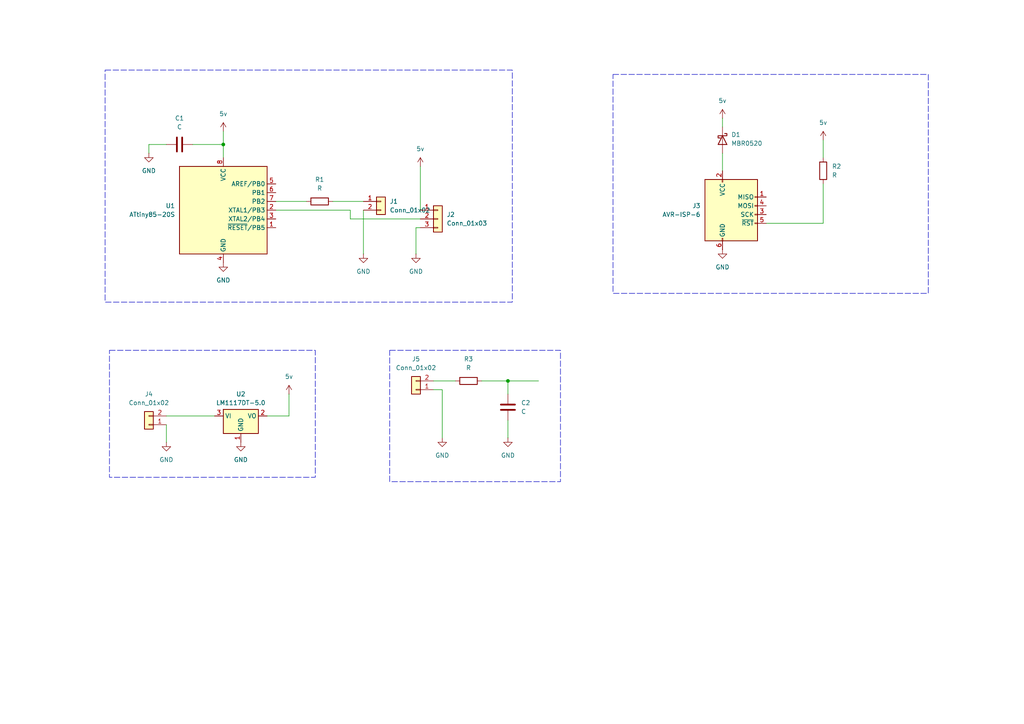
<source format=kicad_sch>
(kicad_sch (version 20250114) (generator "eeschema") (generator_version "9.0")
  (paper "A4")
  (lib_symbols
    (symbol "Connector:AVR-ISP-6" (pin_names (offset 1.016))
      (property "Reference" "J" (at -6.35 11.43 0))
      (property "Value" "AVR-ISP-6" (at 0 11.43 0))
      (symbol "AVR-ISP-6_0_1"
        (rectangle (start -2.667 10.16) (end -2.413 9.398))
        (rectangle (start -2.667 -6.858) (end -2.413 -7.62))
        (rectangle (start 7.62 10.16) (end -7.62 -7.62) (stroke (width 0.254)) (fill (type background)))
        (rectangle (start 7.62 5.207) (end 6.858 4.953))
        (rectangle (start 7.62 2.667) (end 6.858 2.413))
        (rectangle (start 7.62 0.127) (end 6.858 -0.127))
        (rectangle (start 7.62 -2.413) (end 6.858 -2.667))
      )
      (symbol "AVR-ISP-6_1_1"
        (pin passive line (at -2.54 12.7 270) (length 2.54) (name "VCC") (number "2"))
        (pin passive line (at -2.54 -10.16 90) (length 2.54) (name "GND") (number "6"))
        (pin passive line (at 10.16 5.08 180) (length 2.54) (name "MISO") (number "1"))
        (pin passive line (at 10.16 2.54 180) (length 2.54) (name "MOSI") (number "4"))
        (pin passive line (at 10.16 0 180) (length 2.54) (name "SCK") (number "3"))
        (pin passive line (at 10.16 -2.54 180) (length 2.54) (name "~{RST}") (number "5"))
      )
    )
    (symbol "Connector_Generic:Conn_01x02" (pin_names (offset 1.016) (hide yes))
      (property "Reference" "J" (at 0 2.54 0))
      (property "Value" "Conn_01x02" (at 0 -5.08 0))
      (symbol "Conn_01x02_1_1"
        (rectangle (start -1.27 1.27) (end 1.27 -3.81) (stroke (width 0.254)) (fill (type background)))
        (rectangle (start -1.27 0.127) (end 0 -0.127) (stroke (width 0.1524)))
        (rectangle (start -1.27 -2.413) (end 0 -2.667) (stroke (width 0.1524)))
        (pin passive line (at -5.08 0 0) (length 3.81) (name "Pin_1") (number "1"))
        (pin passive line (at -5.08 -2.54 0) (length 3.81) (name "Pin_2") (number "2"))
      )
    )
    (symbol "Connector_Generic:Conn_01x03" (pin_names (offset 1.016) (hide yes))
      (property "Reference" "J" (at 0 5.08 0))
      (property "Value" "Conn_01x03" (at 0 -5.08 0))
      (symbol "Conn_01x03_1_1"
        (rectangle (start -1.27 3.81) (end 1.27 -3.81) (stroke (width 0.254)) (fill (type background)))
        (rectangle (start -1.27 2.667) (end 0 2.413) (stroke (width 0.1524)))
        (rectangle (start -1.27 0.127) (end 0 -0.127) (stroke (width 0.1524)))
        (rectangle (start -1.27 -2.413) (end 0 -2.667) (stroke (width 0.1524)))
        (pin passive line (at -5.08 2.54 0) (length 3.81) (name "Pin_1") (number "1"))
        (pin passive line (at -5.08 0 0) (length 3.81) (name "Pin_2") (number "2"))
        (pin passive line (at -5.08 -2.54 0) (length 3.81) (name "Pin_3") (number "3"))
      )
    )
    (symbol "Device:C" (pin_numbers (hide yes)) (pin_names (offset 0.254))
      (property "Reference" "C" (at 0.635 2.54 0))
      (property "Value" "C" (at 0.635 -2.54 0))
      (symbol "C_0_1"
        (polyline (pts (xy -2.032 0.762) (xy 2.032 0.762)) (stroke (width 0.508)))
        (polyline (pts (xy -2.032 -0.762) (xy 2.032 -0.762)) (stroke (width 0.508)))
      )
      (symbol "C_1_1"
        (pin passive line (at 0 3.81 270) (length 2.794) (name "~") (number "1"))
        (pin passive line (at 0 -3.81 90) (length 2.794) (name "~") (number "2"))
      )
    )
    (symbol "Device:R" (pin_numbers (hide yes)) (pin_names (offset 0))
      (property "Reference" "R" (at 2.032 0 90))
      (property "Value" "R" (at 0 0 90))
      (symbol "R_0_1"
        (rectangle (start -1.016 -2.54) (end 1.016 2.54) (stroke (width 0.254)))
      )
      (symbol "R_1_1"
        (pin passive line (at 0 3.81 270) (length 1.27) (name "~") (number "1"))
        (pin passive line (at 0 -3.81 90) (length 1.27) (name "~") (number "2"))
      )
    )
    (symbol "Diode:MBR0520" (pin_numbers (hide yes)) (pin_names (offset 1.016) (hide yes))
      (property "Reference" "D" (at 0 2.54 0))
      (property "Value" "MBR0520" (at 0 -2.54 0))
      (symbol "MBR0520_0_1"
        (polyline (pts (xy -1.905 0.635) (xy -1.905 1.27) (xy -1.27 1.27) (xy -1.27 -1.27) (xy -0.635 -1.27) (xy -0.635 -0.635)) (stroke (width 0.254)))
        (polyline (pts (xy 1.27 1.27) (xy 1.27 -1.27) (xy -1.27 0) (xy 1.27 1.27)) (stroke (width 0.254)))
        (polyline (pts (xy 1.27 0) (xy -1.27 0)))
      )
      (symbol "MBR0520_1_1"
        (pin passive line (at -3.81 0 0) (length 2.54) (name "K") (number "1"))
        (pin passive line (at 3.81 0 180) (length 2.54) (name "A") (number "2"))
      )
    )
    (symbol "MCU_Microchip_ATtiny:ATtiny85-20S"
      (property "Reference" "U" (at -12.7 13.97 0))
      (property "Value" "ATtiny85-20S" (at 2.54 -13.97 0))
      (symbol "ATtiny85-20S_0_1"
        (rectangle (start -12.7 -12.7) (end 12.7 12.7) (stroke (width 0.254)) (fill (type background)))
      )
      (symbol "ATtiny85-20S_1_1"
        (pin power_in line (at 0 15.24 270) (length 2.54) (name "VCC") (number "8"))
        (pin power_in line (at 0 -15.24 90) (length 2.54) (name "GND") (number "4"))
        (pin bidirectional line (at 15.24 7.62 180) (length 2.54) (name "AREF/PB0") (number "5"))
        (pin bidirectional line (at 15.24 5.08 180) (length 2.54) (name "PB1") (number "6"))
        (pin bidirectional line (at 15.24 2.54 180) (length 2.54) (name "PB2") (number "7"))
        (pin bidirectional line (at 15.24 0 180) (length 2.54) (name "XTAL1/PB3") (number "2"))
        (pin bidirectional line (at 15.24 -2.54 180) (length 2.54) (name "XTAL2/PB4") (number "3"))
        (pin bidirectional line (at 15.24 -5.08 180) (length 2.54) (name "~{RESET}/PB5") (number "1"))
      )
    )
    (symbol "Regulator_Linear:LM1117DT-5.0"
      (property "Reference" "U" (at -3.81 3.175 0))
      (property "Value" "LM1117DT-5.0" (at 0 3.175 0))
      (symbol "LM1117DT-5.0_0_1"
        (rectangle (start -5.08 -5.08) (end 5.08 1.905) (stroke (width 0.254)) (fill (type background)))
      )
      (symbol "LM1117DT-5.0_1_1"
        (pin power_in line (at -7.62 0 0) (length 2.54) (name "VI") (number "3"))
        (pin power_in line (at 0 -7.62 90) (length 2.54) (name "GND") (number "1"))
        (pin power_out line (at 7.62 0 180) (length 2.54) (name "VO") (number "2"))
      )
    )
    (symbol "power:GND" (power) (pin_numbers (hide yes)) (pin_names (offset 0) (hide yes))
      (property "Value" "GND" (at 0 -3.81 0))
      (symbol "GND_0_1"
        (polyline (pts (xy 0 0) (xy 0 -1.27) (xy 1.27 -1.27) (xy 0 -2.54) (xy -1.27 -1.27) (xy 0 -1.27)))
      )
      (symbol "GND_1_1"
        (pin power_in line (at 0 0 270) (length 0) (name "~") (number "1"))
      )
    )
    (symbol "power:VCC" (power) (pin_numbers (hide yes)) (pin_names (offset 0) (hide yes))
      (property "Value" "VCC" (at 0 3.556 0))
      (symbol "VCC_0_1"
        (polyline (pts (xy -0.762 1.27) (xy 0 2.54)))
        (polyline (pts (xy 0 2.54) (xy 0.762 1.27)))
        (polyline (pts (xy 0 0) (xy 0 2.54)))
      )
      (symbol "VCC_1_1"
        (pin power_in line (at 0 0 90) (length 0) (name "~") (number "1"))
      )
    )
  )
  (text_box "" (at 113.03 101.6 0) (size 49.53 38.1) (margins 0.9525 0.9525 0.9525 0.9525) (stroke (width 0) (type dash)) (effects (font (size 1.27 1.27)) (justify left top)))
  (text_box "" (at 30.48 20.32 0) (size 118.11 67.31) (margins 0.9525 0.9525 0.9525 0.9525) (stroke (width 0) (type dash)) (effects (font (size 1.27 1.27)) (justify left top)))
  (text_box "" (at 31.75 101.6 0) (size 59.69 36.83) (margins 0.9525 0.9525 0.9525 0.9525) (stroke (width 0) (type dash)) (effects (font (size 1.27 1.27)) (justify left top)))
  (text_box "" (at 177.8 21.59 0) (size 91.44 63.5) (margins 0.9525 0.9525 0.9525 0.9525) (stroke (width 0) (type dash)) (effects (font (size 1.27 1.27)) (justify left top)))
  (junction (at 147.32 110.49))
  (junction (at 64.77 41.91))
  (wire (pts (xy 238.76 53.34) (xy 238.76 64.77)))
  (wire (pts (xy 147.32 121.92) (xy 147.32 127)))
  (wire (pts (xy 83.82 120.65) (xy 77.47 120.65)))
  (wire (pts (xy 209.55 34.29) (xy 209.55 36.83)))
  (wire (pts (xy 125.73 110.49) (xy 132.08 110.49)))
  (wire (pts (xy 121.92 48.26) (xy 121.92 60.96)))
  (wire (pts (xy 147.32 110.49) (xy 156.21 110.49)))
  (wire (pts (xy 120.65 66.04) (xy 121.92 66.04)))
  (wire (pts (xy 64.77 41.91) (xy 64.77 45.72)))
  (wire (pts (xy 128.27 113.03) (xy 128.27 127)))
  (wire (pts (xy 83.82 114.3) (xy 83.82 120.65)))
  (wire (pts (xy 48.26 123.19) (xy 48.26 128.27)))
  (wire (pts (xy 101.6 60.96) (xy 101.6 63.5)))
  (wire (pts (xy 43.18 41.91) (xy 48.26 41.91)))
  (wire (pts (xy 125.73 113.03) (xy 128.27 113.03)))
  (wire (pts (xy 80.01 58.42) (xy 88.9 58.42)))
  (wire (pts (xy 48.26 120.65) (xy 62.23 120.65)))
  (wire (pts (xy 105.41 60.96) (xy 105.41 73.66)))
  (wire (pts (xy 55.88 41.91) (xy 64.77 41.91)))
  (wire (pts (xy 120.65 73.66) (xy 120.65 66.04)))
  (wire (pts (xy 238.76 64.77) (xy 222.25 64.77)))
  (wire (pts (xy 101.6 63.5) (xy 121.92 63.5)))
  (wire (pts (xy 80.01 60.96) (xy 101.6 60.96)))
  (wire (pts (xy 96.52 58.42) (xy 105.41 58.42)))
  (wire (pts (xy 147.32 110.49) (xy 147.32 114.3)))
  (wire (pts (xy 238.76 40.64) (xy 238.76 45.72)))
  (wire (pts (xy 43.18 44.45) (xy 43.18 41.91)))
  (wire (pts (xy 139.7 110.49) (xy 147.32 110.49)))
  (wire (pts (xy 64.77 38.1) (xy 64.77 41.91)))
  (wire (pts (xy 209.55 44.45) (xy 209.55 49.53)))
  (symbol (lib_id "MCU_Microchip_ATtiny:ATtiny85-20S") (at 64.77 60.96 0) (unit 1)
    (property "Reference" "U1" (at 50.8 59.6899 0) (effects (justify right)))
    (property "Value" "ATtiny85-20S" (at 50.8 62.2299 0) (effects (justify right)))
    (property "Footprint" "Package_SO:SOIC-8_5.3x5.3mm_P1.27mm" (effects (hide yes)))
    (property "Datasheet" "http://ww1.microchip.com/downloads/en/DeviceDoc/atmel-2586-avr-8-bit-microcontroller-attiny25-attiny45-attiny85_datasheet.pdf" (effects (hide yes)))
    (property "Description" "20MHz, 8kB Flash, 512B SRAM, 512B EEPROM, debugWIRE, SOIC-8" (effects (hide yes)))
  )
  (symbol (lib_id "power:GND") (at 69.85 128.27 0) (unit 1)
    (property "Reference" "#PWR011" (effects (hide yes)))
    (property "Value" "GND" (at 69.85 133.35 0))
    (property "Description" "Power symbol creates a global label with name \"GND\" , ground" (effects (hide yes)))
  )
  (symbol (lib_id "Diode:MBR0520") (at 209.55 40.64 270) (unit 1)
    (property "Reference" "D1" (at 212.09 39.0524 90) (effects (justify left)))
    (property "Value" "MBR0520" (at 212.09 41.5924 90) (effects (justify left)))
    (property "Footprint" "Diode_SMD:D_SOD-123" (effects (hide yes)))
    (property "Datasheet" "http://www.mccsemi.com/up_pdf/MBR0520~MBR0580(SOD123).pdf" (effects (hide yes)))
    (property "Description" "20V 0.5A Schottky Power Rectifier Diode, SOD-123" (effects (hide yes)))
  )
  (symbol (lib_id "Device:R") (at 135.89 110.49 90) (unit 1)
    (property "Reference" "R3" (at 135.89 104.14 90))
    (property "Value" "R" (at 135.89 106.68 90))
    (property "Footprint" "Resistor_THT:R_Axial_DIN0207_L6.3mm_D2.5mm_P7.62mm_Horizontal" (effects (hide yes)))
    (property "Description" "Resistor" (effects (hide yes)))
  )
  (symbol (lib_id "Connector:AVR-ISP-6") (at 212.09 62.23 0) (unit 1)
    (property "Reference" "J3" (at 203.2 59.6899 0) (effects (justify right)))
    (property "Value" "AVR-ISP-6" (at 203.2 62.2299 0) (effects (justify right)))
    (property "Footprint" "Connector_IDC:IDC-Header_2x03_P2.54mm_Horizontal" (effects (hide yes)))
    (property "Description" "Atmel 6-pin ISP connector" (effects (hide yes)))
  )
  (symbol (lib_id "Device:C") (at 52.07 41.91 90) (unit 1)
    (property "Reference" "C1" (at 52.07 34.29 90))
    (property "Value" "C" (at 52.07 36.83 90))
    (property "Footprint" "Capacitor_THT:C_Axial_L5.1mm_D3.1mm_P12.50mm_Horizontal" (effects (hide yes)))
    (property "Description" "Unpolarized capacitor" (effects (hide yes)))
  )
  (symbol (lib_id "power:GND") (at 43.18 44.45 0) (unit 1)
    (property "Reference" "#PWR03" (effects (hide yes)))
    (property "Value" "GND" (at 43.18 49.53 0))
    (property "Description" "Power symbol creates a global label with name \"GND\" , ground" (effects (hide yes)))
  )
  (symbol (lib_id "Connector_Generic:Conn_01x02") (at 110.49 58.42 0) (unit 1)
    (property "Reference" "J1" (at 113.03 58.4199 0) (effects (justify left)))
    (property "Value" "Conn_01x02" (at 113.03 60.9599 0) (effects (justify left)))
    (property "Footprint" "Connector_PinHeader_2.54mm:PinHeader_1x02_P2.54mm_Horizontal" (effects (hide yes)))
    (property "Description" "Generic connector, single row, 01x02, script generated (kicad-library-utils/schlib/autogen/connector/)" (effects (hide yes)))
  )
  (symbol (lib_id "power:GND") (at 64.77 76.2 0) (unit 1)
    (property "Reference" "#PWR01" (effects (hide yes)))
    (property "Value" "GND" (at 64.77 81.28 0))
    (property "Description" "Power symbol creates a global label with name \"GND\" , ground" (effects (hide yes)))
  )
  (symbol (lib_id "Connector_Generic:Conn_01x02") (at 120.65 113.03 180) (unit 1)
    (property "Reference" "J5" (at 120.65 104.14 0))
    (property "Value" "Conn_01x02" (at 120.65 106.68 0))
    (property "Footprint" "Connector_PinHeader_2.54mm:PinHeader_1x02_P2.54mm_Horizontal" (effects (hide yes)))
    (property "Description" "Generic connector, single row, 01x02, script generated (kicad-library-utils/schlib/autogen/connector/)" (effects (hide yes)))
  )
  (symbol (lib_id "Device:R") (at 92.71 58.42 90) (unit 1)
    (property "Reference" "R1" (at 92.71 52.07 90))
    (property "Value" "R" (at 92.71 54.61 90))
    (property "Footprint" "Resistor_THT:R_Axial_DIN0207_L6.3mm_D2.5mm_P7.62mm_Horizontal" (effects (hide yes)))
    (property "Description" "Resistor" (effects (hide yes)))
  )
  (symbol (lib_id "Device:R") (at 238.76 49.53 0) (unit 1)
    (property "Reference" "R2" (at 241.3 48.2599 0) (effects (justify left)))
    (property "Value" "R" (at 241.3 50.7999 0) (effects (justify left)))
    (property "Footprint" "Resistor_THT:R_Axial_DIN0207_L6.3mm_D2.5mm_P7.62mm_Horizontal" (effects (hide yes)))
    (property "Description" "Resistor" (effects (hide yes)))
  )
  (symbol (lib_id "power:VCC") (at 64.77 38.1 0) (unit 1)
    (property "Reference" "#PWR02" (effects (hide yes)))
    (property "Value" "5v" (at 64.77 33.02 0))
    (property "Description" "Power symbol creates a global label with name \"VCC\"" (effects (hide yes)))
  )
  (symbol (lib_id "power:GND") (at 105.41 73.66 0) (unit 1)
    (property "Reference" "#PWR05" (effects (hide yes)))
    (property "Value" "GND" (at 105.41 78.74 0))
    (property "Description" "Power symbol creates a global label with name \"GND\" , ground" (effects (hide yes)))
  )
  (symbol (lib_id "Device:C") (at 147.32 118.11 0) (unit 1)
    (property "Reference" "C2" (at 151.13 116.8399 0) (effects (justify left)))
    (property "Value" "C" (at 151.13 119.3799 0) (effects (justify left)))
    (property "Footprint" "Capacitor_THT:C_Axial_L5.1mm_D3.1mm_P12.50mm_Horizontal" (effects (hide yes)))
    (property "Description" "Unpolarized capacitor" (effects (hide yes)))
  )
  (symbol (lib_id "power:GND") (at 147.32 127 0) (unit 1)
    (property "Reference" "#PWR014" (effects (hide yes)))
    (property "Value" "GND" (at 147.32 132.08 0))
    (property "Description" "Power symbol creates a global label with name \"GND\" , ground" (effects (hide yes)))
  )
  (symbol (lib_id "power:VCC") (at 238.76 40.64 0) (unit 1)
    (property "Reference" "#PWR07" (effects (hide yes)))
    (property "Value" "5v" (at 238.76 35.56 0))
    (property "Description" "Power symbol creates a global label with name \"VCC\"" (effects (hide yes)))
  )
  (symbol (lib_id "power:VCC") (at 121.92 48.26 0) (unit 1)
    (property "Reference" "#PWR04" (effects (hide yes)))
    (property "Value" "5v" (at 121.92 43.18 0))
    (property "Description" "Power symbol creates a global label with name \"VCC\"" (effects (hide yes)))
  )
  (symbol (lib_id "power:GND") (at 209.55 72.39 0) (unit 1)
    (property "Reference" "#PWR08" (effects (hide yes)))
    (property "Value" "GND" (at 209.55 77.47 0))
    (property "Description" "Power symbol creates a global label with name \"GND\" , ground" (effects (hide yes)))
  )
  (symbol (lib_id "power:VCC") (at 209.55 34.29 0) (unit 1)
    (property "Reference" "#PWR09" (effects (hide yes)))
    (property "Value" "5v" (at 209.55 29.21 0))
    (property "Description" "Power symbol creates a global label with name \"VCC\"" (effects (hide yes)))
  )
  (symbol (lib_id "Regulator_Linear:LM1117DT-5.0") (at 69.85 120.65 0) (unit 1)
    (property "Reference" "U2" (at 69.85 114.3 0))
    (property "Value" "LM1117DT-5.0" (at 69.85 116.84 0))
    (property "Footprint" "Package_TO_SOT_SMD:TO-252-3_TabPin2" (effects (hide yes)))
    (property "Datasheet" "http://www.ti.com/lit/ds/symlink/lm1117.pdf" (effects (hide yes)))
    (property "Description" "800mA Low-Dropout Linear Regulator, 5.0V fixed output, TO-252" (effects (hide yes)))
  )
  (symbol (lib_id "power:GND") (at 120.65 73.66 0) (unit 1)
    (property "Reference" "#PWR06" (effects (hide yes)))
    (property "Value" "GND" (at 120.65 78.74 0))
    (property "Description" "Power symbol creates a global label with name \"GND\" , ground" (effects (hide yes)))
  )
  (symbol (lib_id "power:GND") (at 48.26 128.27 0) (unit 1)
    (property "Reference" "#PWR010" (effects (hide yes)))
    (property "Value" "GND" (at 48.26 133.35 0))
    (property "Description" "Power symbol creates a global label with name \"GND\" , ground" (effects (hide yes)))
  )
  (symbol (lib_id "Connector_Generic:Conn_01x02") (at 43.18 123.19 180) (unit 1)
    (property "Reference" "J4" (at 43.18 114.3 0))
    (property "Value" "Conn_01x02" (at 43.18 116.84 0))
    (property "Footprint" "Connector_PinHeader_2.54mm:PinHeader_1x02_P2.54mm_Horizontal" (effects (hide yes)))
    (property "Description" "Generic connector, single row, 01x02, script generated (kicad-library-utils/schlib/autogen/connector/)" (effects (hide yes)))
  )
  (symbol (lib_id "power:VCC") (at 83.82 114.3 0) (unit 1)
    (property "Reference" "#PWR012" (effects (hide yes)))
    (property "Value" "5v" (at 83.82 109.22 0))
    (property "Description" "Power symbol creates a global label with name \"VCC\"" (effects (hide yes)))
  )
  (symbol (lib_id "power:GND") (at 128.27 127 0) (unit 1)
    (property "Reference" "#PWR013" (effects (hide yes)))
    (property "Value" "GND" (at 128.27 132.08 0))
    (property "Description" "Power symbol creates a global label with name \"GND\" , ground" (effects (hide yes)))
  )
  (symbol (lib_id "Connector_Generic:Conn_01x03") (at 127 63.5 0) (unit 1)
    (property "Reference" "J2" (at 129.54 62.2299 0) (effects (justify left)))
    (property "Value" "Conn_01x03" (at 129.54 64.7699 0) (effects (justify left)))
    (property "Footprint" "Connector_PinHeader_2.54mm:PinHeader_1x03_P2.54mm_Horizontal" (effects (hide yes)))
    (property "Description" "Generic connector, single row, 01x03, script generated (kicad-library-utils/schlib/autogen/connector/)" (effects (hide yes)))
  )
)
</source>
